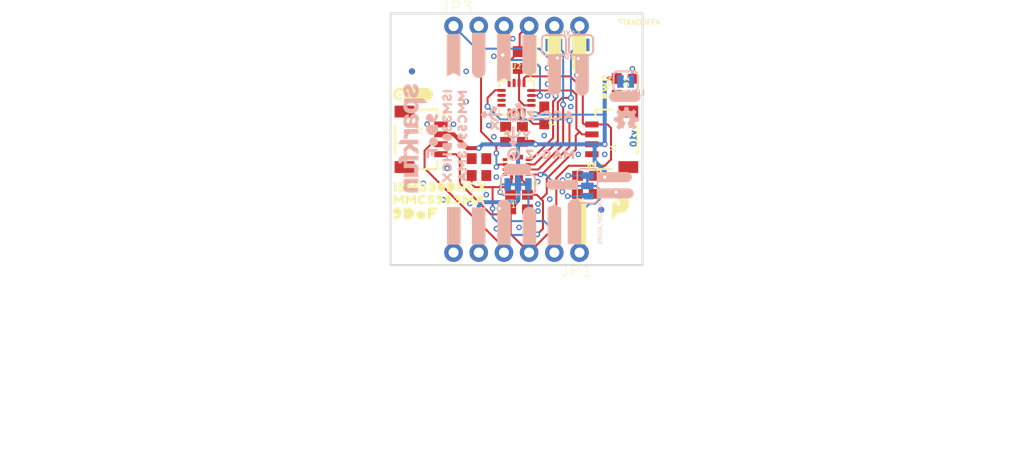
<source format=kicad_pcb>
(kicad_pcb (version 20211014) (generator pcbnew)
  (layers (0 "F.Cu" signal) (31 "B.Cu" signal) (34 "B.Paste" user) (35 "F.Paste" user) (36 "B.SilkS" user "B.Silkscreen") (37 "F.SilkS" user "F.Silkscreen") (38 "B.Mask" user) (39 "F.Mask" user) (44 "Edge.Cuts" user))
  (net 0 "")
  (net 1 "GND")
  (net 2 "SCL/SCK")
  (net 3 "POCI/SA0")
  (net 4 "ISM_INT1")
  (net 5 "3.3V")
  (net 6 "N$5")
  (net 7 "N$6")
  (net 8 "N$2")
  (net 9 "N$3")
  (net 10 "N$1")
  (net 11 "N$7")
  (net 12 "SDA/PICO")
  (net 13 "MAG_INT")
  (net 14 "~{ISM_CS}")
  (net 15 "CAP")
  (net 16 "~{MAG_CS}")
  (net 17 "SDX")
  (net 18 "SCX")
  (net 19 "ISM_INT2")
  (footprint "boardEagle:JST04_1MM_RA" (layer "F.Cu") (at 156.0957 105.0036 90)
    (fp_text reference "J1")
    (fp_text value "QWIIC_RIGHT_ANGLE")
  )
  (footprint "boardEagle:MMC5983MA24" (layer "F.Cu") (at 140.7541 111.0996)
    (fp_text reference "U$21" hide)
    (fp_text value "" hide)
  )
  (footprint "boardEagle:FIDUCIAL-MICRO" (layer "F.Cu") (at 137.9601 98.1456)
    (fp_text reference "FID1" hide)
    (fp_text value "FIDUCIALUFIDUCIAL" hide)
  )
  (footprint "boardEagle:9DOF24" (layer "F.Cu") (at 138.3411 112.4966)
    (fp_text reference "U$24" hide)
    (fp_text value "" hide)
  )
  (footprint "boardEagle:0603" (layer "F.Cu") (at 155.5115 108.6866)
    (fp_text reference "R5")
    (fp_text value "100k")
  )
  (footprint "boardEagle:0603" (layer "F.Cu") (at 148.2471 103.7336 180)
    (fp_text reference "C2")
    (fp_text value "10uF")
  )
  (footprint "boardEagle:STAND-OFF-TIGHT" (layer "F.Cu") (at 138.3411 115.1636)
    (fp_text reference "STANDOFF2" hide)
    (fp_text value "STAND-OFFTIGHT" hide)
  )
  (footprint "boardEagle:LGA-16-3X3MM-4X4PINS" (layer "F.Cu") (at 148.5011 100.8126)
    (fp_text reference "U2")
    (fp_text value "MMC5983MA_QFN16")
  )
  (footprint "boardEagle:#GND#0" (layer "F.Cu") (at 142.1765 113.7158 90)
    (fp_text reference "U$2" hide)
    (fp_text value "" hide)
  )
  (footprint "boardEagle:STAND-OFF-TIGHT" (layer "F.Cu") (at 158.6611 115.1636)
    (fp_text reference "STANDOFF3" hide)
    (fp_text value "STAND-OFFTIGHT" hide)
  )
  (footprint "boardEagle:LGA-14L" (layer "F.Cu") (at 148.5011 107.7976 180)
    (fp_text reference "U1")
    (fp_text value "ISM330DHCX")
  )
  (footprint "boardEagle:0603" (layer "F.Cu") (at 155.4861 110.5154 180)
    (fp_text reference "R6")
    (fp_text value "100k")
  )
  (footprint "boardEagle:STAND-OFF-TIGHT" (layer "F.Cu") (at 158.6611 94.8436)
    (fp_text reference "STANDOFF4")
    (fp_text value "STAND-OFFTIGHT")
  )
  (footprint "boardEagle:ISM330DHCX331" (layer "F.Cu") (at 140.8811 109.8296)
    (fp_text reference "U$3" hide)
    (fp_text value "" hide)
  )
  (footprint "boardEagle:0603" (layer "F.Cu") (at 143.9799 107.80395 90)
    (fp_text reference "R3")
    (fp_text value "100k")
  )
  (footprint "boardEagle:0603" (layer "F.Cu") (at 148.6281 97.0026 -90)
    (fp_text reference "R7")
    (fp_text value "100k")
  )
  (footprint "boardEagle:#3V3#1" (layer "F.Cu") (at 144.6911 113.7412 90)
    (fp_text reference "U$1" hide)
    (fp_text value "" hide)
  )
  (footprint "boardEagle:#MINT#5" (layer "F.Cu") (at 147.2311 96.6216 90)
    (fp_text reference "U$31" hide)
    (fp_text value "" hide)
  )
  (footprint "boardEagle:1X06_NO_SILK" (layer "F.Cu") (at 142.1511 93.5736)
    (fp_text reference "JP3")
    (fp_text value "IO")
  )
  (footprint "boardEagle:PWR8" (layer "F.Cu") (at 157.4419 99.6696 90)
    (fp_text reference "U$28" hide)
    (fp_text value "" hide)
  )
  (footprint "boardEagle:SCL13" (layer "F.Cu") (at 149.7711 114.0206 90)
    (fp_text reference "U$5" hide)
    (fp_text value "" hide)
  )
  (footprint "boardEagle:0603" (layer "F.Cu") (at 148.7551 112.07115)
    (fp_text reference "R1")
    (fp_text value "2.2k")
  )
  (footprint "boardEagle:#INT1#0" (layer "F.Cu") (at 142.1511 96.3676 90)
    (fp_text reference "U$8" hide)
    (fp_text value "" hide)
  )
  (footprint "boardEagle:#SCX#11" (layer "F.Cu") (at 154.8511 96.2406 90)
    (fp_text reference "U$36" hide)
    (fp_text value "" hide)
  )
  (footprint "boardEagle:0603" (layer "F.Cu") (at 148.2471 105.2576 180)
    (fp_text reference "C4")
    (fp_text value "0.1uF")
  )
  (footprint "boardEagle:0603" (layer "F.Cu") (at 145.4531 107.80395 -90)
    (fp_text reference "C3")
    (fp_text value "0.1uF")
  )
  (footprint "boardEagle:#POCI#12" (layer "F.Cu") (at 154.8511 113.4872 90)
    (fp_text reference "U$18" hide)
    (fp_text value "" hide)
  )
  (footprint "boardEagle:STAND-OFF-TIGHT" (layer "F.Cu") (at 138.3411 94.8436)
    (fp_text reference "STANDOFF1" hide)
    (fp_text value "STAND-OFFTIGHT" hide)
  )
  (footprint "boardEagle:0603" (layer "F.Cu") (at 151.2951 102.5906 -90)
    (fp_text reference "C1")
    (fp_text value "1.0uF")
  )
  (footprint "boardEagle:SDA14" (layer "F.Cu") (at 147.2311 113.8936 90)
    (fp_text reference "U$4" hide)
    (fp_text value "" hide)
  )
  (footprint "boardEagle:0603" (layer "F.Cu") (at 148.7551 110.59795 180)
    (fp_text reference "R2")
    (fp_text value "2.2k")
  )
  (footprint "boardEagle:#INT2#3" (layer "F.Cu") (at 144.6911 96.3676 90)
    (fp_text reference "U$9" hide)
    (fp_text value "" hide)
  )
  (footprint "boardEagle:#SDX#9" (layer "F.Cu") (at 152.3111 96.2406 90)
    (fp_text reference "U$35" hide)
    (fp_text value "" hide)
  )
  (footprint "boardEagle:##MCS##7" (layer "F.Cu") (at 149.8981 96.3676 90)
    (fp_text reference "U$34" hide)
    (fp_text value "" hide)
  )
  (footprint "boardEagle:##ACS##8" (layer "F.Cu") (at 152.3111 113.7666 90)
    (fp_text reference "U$39" hide)
    (fp_text value "" hide)
  )
  (footprint "boardEagle:SFE_LOGO_FLAME_.1" (layer "F.Cu") (at 158.9913 111.7346)
    (fp_text reference "U$29" hide)
    (fp_text value "" hide)
  )
  (footprint "boardEagle:JST04_1MM_RA" (layer "F.Cu") (at 140.8811 105.0036 -90)
    (fp_text reference "J2")
    (fp_text value "QWIIC_RIGHT_ANGLE")
  )
  (footprint "boardEagle:1X06_NO_SILK" (layer "F.Cu") (at 154.8511 116.4336 180)
    (fp_text reference "JP1")
    (fp_text value "IO")
  )
  (footprint "boardEagle:FIDUCIAL-MICRO" (layer "F.Cu") (at 157.0355 112.1156)
    (fp_text reference "FID2" hide)
    (fp_text value "FIDUCIALUFIDUCIAL" hide)
  )
  (footprint "boardEagle:QWIIC_4MM" (layer "F.Cu") (at 138.0871 100.4824)
    (fp_text reference "LOGO1" hide)
    (fp_text value "QWIIC_LOGO_4MM" hide)
  )
  (footprint "boardEagle:CREATIVE_COMMONS" (layer "F.Cu") (at 116.7511 138.0236)
    (fp_text reference "FRAME2" hide)
    (fp_text value "FRAME-LEDGER" hide)
  )
  (footprint "boardEagle:LED-0603" (layer "F.Cu") (at 160.2105 99.7712 90)
    (fp_text reference "D1")
    (fp_text value "RED")
  )
  (footprint "boardEagle:0603" (layer "F.Cu") (at 158.6103 99.7204 90)
    (fp_text reference "R4")
    (fp_text value "1k")
  )
  (footprint "boardEagle:ISM330DHCX331" (layer "B.Cu") (at 141.5161 104.7496 -90)
    (fp_text reference "U$7" hide)
    (fp_text value "" hide)
  )
  (footprint "boardEagle:OSHW-LOGO-MINI" (layer "B.Cu") (at 159.5755 102.99065 180)
    (fp_text reference "LOGO2" hide)
    (fp_text value "OSHW-LOGOMINI" hide)
  )
  (footprint "boardEagle:#3V3#1" (layer "B.Cu") (at 144.6911 113.7412 -90)
    (fp_text reference "U$15" hide)
    (fp_text value "" hide)
  )
  (footprint "boardEagle:MAG#Z5984" (layer "B.Cu") (at 151.8031 106.5276 180)
    (fp_text reference "U$14" hide)
    (fp_text value "" hide)
  )
  (footprint "boardEagle:SMT-JUMPER_3_1-NC_TRACE_SILK" (layer "B.Cu") (at 155.64485 109.7026 90)
    (fp_text reference "UNK6DOF_ADDR0")
    (fp_text value "JUMPER-SMT_3_1-NC_TRACE_SILK")
  )
  (footprint "boardEagle:FIDUCIAL-MICRO" (layer "B.Cu") (at 137.9601 98.1456 180)
    (fp_text reference "FD1" hide)
    (fp_text value "FIDUCIALUFIDUCIAL" hide)
  )
  (footprint "boardEagle:SMT-JUMPER_2_NC_TRACE_SILK" (layer "B.Cu") (at 155.0035 95.4786 180)
    (fp_text reference "SCX0")
    (fp_text value "JUMPER-SMT_2_NC_TRACE_SILK")
  )
  (footprint "boardEagle:#LED#11" (layer "B.Cu") (at 159.4231 100.711 180)
    (fp_text reference "U$16" hide)
    (fp_text value "" hide)
  )
  (footprint "boardEagle:Y2115" (layer "B.Cu") (at 149.3901 104.6226 180)
    (fp_text reference "U$38" hide)
    (fp_text value "" hide)
  )
  (footprint "boardEagle:#SDX#7" (layer "B.Cu") (at 152.3111 98.3996 -90)
    (fp_text reference "U$20" hide)
    (fp_text value "" hide)
  )
  (footprint "boardEagle:#POCI#11" (layer "B.Cu") (at 154.3431 113.4872 -90)
    (fp_text reference "U$6" hide)
    (fp_text value "" hide)
  )
  (footprint "boardEagle:SFE_LOGO_NAME_.1" (layer "B.Cu") (at 138.014075 104.917875 -90)
    (fp_text reference "LOGO3" hide)
    (fp_text value "SFE_LOGO_NAME.1_INCH" hide)
  )
  (footprint "boardEagle:SMT-JUMPER_3_2-NC_TRACE_SILK" (layer "B.Cu") (at 148.6535 109.55655 180)
    (fp_text reference "I2C_PU0")
    (fp_text value "S_MODE")
  )
  (footprint "boardEagle:#MINT#4" (layer "B.Cu") (at 147.2311 96.6216 -90)
    (fp_text reference "U$12" hide)
    (fp_text value "" hide)
  )
  (footprint "boardEagle:##MCS##5" (layer "B.Cu") (at 149.7711 96.3676 -90)
    (fp_text reference "U$19" hide)
    (fp_text value "" hide)
  )
  (footprint "boardEagle:#INT2#2" (layer "B.Cu") (at 144.6911 96.3676 -90)
    (fp_text reference "U$11" hide)
    (fp_text value "" hide)
  )
  (footprint "boardEagle:#SCL#5" (layer "B.Cu") (at 149.7965 113.8936 -90)
    (fp_text reference "U$22" hide)
    (fp_text value "" hide)
  )
  (footprint "boardEagle:MMC5983MA24" (layer "B.Cu") (at 143.0401 104.7496 -90)
    (fp_text reference "U$32" hide)
    (fp_text value "" hide)
  )
  (footprint "boardEagle:#0X6A#15" (layer "B.Cu") (at 158.3563 110.4646 180)
    (fp_text reference "U$33" hide)
    (fp_text value "" hide)
  )
  (footprint "boardEagle:ACC#Z5985" (layer "B.Cu") (at 151.8031 102.5906 180)
    (fp_text reference "U$13" hide)
    (fp_text value "" hide)
  )
  (footprint "boardEagle:#ACC#17" (layer "B.Cu") (at 153.2001 109.5756 180)
    (fp_text reference "U$41" hide)
    (fp_text value "" hide)
  )
  (footprint "boardEagle:FIDUCIAL-MICRO" (layer "B.Cu") (at 157.0355 112.1156 180)
    (fp_text reference "FD2" hide)
    (fp_text value "FIDUCIALUFIDUCIAL" hide)
  )
  (footprint "boardEagle:#0X6B#15" (layer "B.Cu") (at 158.2547 108.8136 180)
    (fp_text reference "U$40" hide)
    (fp_text value "" hide)
  )
  (footprint "boardEagle:#GND#0" (layer "B.Cu") (at 142.1765 113.7158 -90)
    (fp_text reference "U$17" hide)
    (fp_text value "" hide)
  )
  (footprint "boardEagle:#I2C#11" (layer "B.Cu") (at 148.5773 108.0008 180)
    (fp_text reference "U$25" hide)
    (fp_text value "" hide)
  )
  (footprint "boardEagle:SMT-JUMPER_2_NC_TRACE_SILK" (layer "B.Cu") (at 152.2603 95.504)
    (fp_text reference "SDX0")
    (fp_text value "JUMPER-SMT_2_NC_TRACE_SILK")
  )
  (footprint "boardEagle:#SCX#8" (layer "B.Cu") (at 155.1051 98.3996 -90)
    (fp_text reference "U$23" hide)
    (fp_text value "" hide)
  )
  (footprint "boardEagle:9DOF24" (layer "B.Cu") (at 139.9921 104.7496 -90)
    (fp_text reference "U$30" hide)
    (fp_text value "" hide)
  )
  (footprint "boardEagle:X2114" (layer "B.Cu") (at 146.2151 103.6066 180)
    (fp_text reference "U$37" hide)
    (fp_text value "" hide)
  )
  (footprint "boardEagle:#PICO#13" (layer "B.Cu") (at 147.2311 113.538 -90)
    (fp_text reference "U$26" hide)
    (fp_text value "" hide)
  )
  (footprint "boardEagle:##ACS##6" (layer "B.Cu") (at 152.3111 113.7666 -90)
    (fp_text reference "U$27" hide)
    (fp_text value "" hide)
  )
  (footprint "boardEagle:SMT-JUMPER_2_NC_TRACE_SILK" (layer "B.Cu") (at 159.4993 99.1616)
    (fp_text reference "LED0")
    (fp_text value "JUMPER-SMT_2_NC_TRACE_SILK")
  )
  (footprint "boardEagle:#INT1#2" (layer "B.Cu") (at 142.1511 96.3676 -90)
    (fp_text reference "U$10" hide)
    (fp_text value "" hide)
  )
  (gr_line (start 148.497925 101.519038) (end 148.624925 101.827013) (layer "B.SilkS") (width 0.254))
  (gr_line (start 145.037175 102.515988) (end 146.942175 102.515988) (layer "B.SilkS") (width 0.254))
  (gr_line (start 148.1709 105.573513) (end 148.1709 103.795513) (layer "B.SilkS") (width 0.254))
  (gr_line (start 148.4503 105.294113) (end 147.8915 105.294113) (layer "B.SilkS") (width 0.254))
  (gr_line (start 148.497925 101.519038) (end 148.8313 101.471413) (layer "B.SilkS") (width 0.254))
  (gr_arc (start 148.8059 104.176513) (mid 148.1709 104.811513) (end 147.5359 104.176513) (layer "B.SilkS") (width 0.254))
  (gr_line (start 146.180175 101.753988) (end 146.307175 102.134988) (layer "B.SilkS") (width 0.254))
  (gr_circle (center 148.209 106.52125) (end 148.7424 106.52125) (layer "B.SilkS") (width 0.254) (fill none))
  (gr_arc (start 146.434175 103.023988) (mid 145.862675 102.452488) (end 146.434175 101.880988) (layer "B.SilkS") (width 0.254))
  (gr_circle (center 148.209 106.52125) (end 148.336 106.52125) (layer "B.SilkS") (width 0.254) (fill none))
  (gr_line (start 148.1709 105.573513) (end 148.4249 105.319513) (layer "B.SilkS") (width 0.254))
  (gr_line (start 145.037175 102.515988) (end 145.291175 102.261988) (layer "B.SilkS") (width 0.254))
  (gr_line (start 148.5011 102.227063) (end 147.786725 102.941438) (layer "B.SilkS") (width 0.2032))
  (gr_arc (start 148.6281 101.598413) (mid 149.207354 102.31011) (end 149.034501 103.211314) (layer "B.SilkS") (width 0.254))
  (gr_circle (center 148.174075 102.563613) (end 148.707475 102.563613) (layer "B.SilkS") (width 0.254) (fill none))
  (gr_line (start 146.434175 101.880988) (end 146.307175 102.134988) (layer "B.SilkS") (width 0.254))
  (gr_line (start 145.291175 102.261988) (end 145.291175 102.769988) (layer "B.SilkS") (width 0.254))
  (gr_line (start 147.7645 104.303513) (end 147.4089 104.430513) (layer "B.SilkS") (width 0.254))
  (gr_line (start 145.037175 102.515988) (end 145.291175 102.769988) (layer "B.SilkS") (width 0.254))
  (gr_line (start 148.1709 105.573513) (end 147.9169 105.319513) (layer "B.SilkS") (width 0.254))
  (gr_line (start 146.434175 101.880988) (end 146.180175 101.753988) (layer "B.SilkS") (width 0.254))
  (gr_line (start 147.826412 102.227063) (end 148.540787 102.941438) (layer "B.SilkS") (width 0.2032))
  (gr_line (start 147.5359 104.176513) (end 147.7645 104.303513) (layer "B.SilkS") (width 0.254))
  (gr_line (start 148.624925 101.827013) (end 148.8313 101.471413) (layer "B.SilkS") (width 0.254))
  (gr_line (start 147.5359 104.176513) (end 147.4089 104.430513) (layer "B.SilkS") (width 0.254))
  (gr_line (start 161.2011 117.7036) (end 161.2011 92.3036) (layer "Edge.Cuts") (width 0.2032))
  (gr_line (start 135.8011 92.3036) (end 135.8011 117.7036) (layer "Edge.Cuts") (width 0.2032))
  (gr_line (start 135.8011 117.7036) (end 161.2011 117.7036) (layer "Edge.Cuts") (width 0.2032))
  (gr_line (start 161.2011 92.3036) (end 135.8011 92.3036) (layer "Edge.Cuts") (width 0.2032))
  (gr_text "v10" (at 160.683575 103.978075 -270) (layer "B.Cu") (effects (font (size 0.633984 0.633984) (thickness 0.178816)) (justify left bottom mirror)))
  (segment (start 149.741787 103.005) (end 150.177387 103.4406) (width 0.2032) (layer "F.Cu") (net 1))
  (segment (start 150.177387 103.4406) (end 151.2951 103.4406) (width 0.2032) (layer "F.Cu") (net 1))
  (segment (start 148.7495 102.3242) (end 148.7495 102.645388) (width 0.2032) (layer "F.Cu") (net 1))
  (segment (start 149.109112 103.005) (end 149.741787 103.005) (width 0.2032) (layer "F.Cu") (net 1))
  (segment (start 148.7495 102.645388) (end 149.109112 103.005) (width 0.2032) (layer "F.Cu") (net 1))
  (segment (start 148.7551 102.3186) (end 148.7495 102.3242) (width 0.2032) (layer "F.Cu") (net 1))
  (via (at 148.1201 94.8436) (size 0.5588) (drill 0.3048) (layers "F.Cu" "B.Cu") (net 1))
  (via (at 143.8021 111.4806) (size 0.5588) (drill 0.3048) (layers "F.Cu" "B.Cu") (net 1))
  (via (at 153.1493 109.1184) (size 0.5588) (drill 0.3048) (layers "F.Cu" "B.Cu") (net 1))
  (via (at 151.6253 99.441) (size 0.5588) (drill 0.3048) (layers "F.Cu" "B.Cu") (net 1))
  (via (at 145.7071 103.6066) (size 0.5588) (drill 0.3048) (layers "F.Cu" "B.Cu") (net 1))
  (via (at 148.7551 113.8936) (size 0.5588) (drill 0.3048) (layers "F.Cu" "B.Cu") (net 1))
  (via (at 151.6253 97.8154) (size 0.5588) (drill 0.3048) (layers "F.Cu" "B.Cu") (net 1))
  (via (at 153.1239 110.2868) (size 0.5588) (drill 0.3048) (layers "F.Cu" "B.Cu") (net 1))
  (via (at 141.1351 111.0996) (size 0.5588) (drill 0.3048) (layers "F.Cu" "B.Cu") (net 1))
  (via (at 139.4841 103.4796) (size 0.5588) (drill 0.3048) (layers "F.Cu" "B.Cu") (net 1))
  (via (at 146.2151 96.6216) (size 0.5588) (drill 0.3048) (layers "F.Cu" "B.Cu") (net 1))
  (via (at 146.4691 108.8136) (size 0.5588) (drill 0.3048) (layers "F.Cu" "B.Cu") (net 1))
  (via (at 146.2151 104.7496) (size 0.5588) (drill 0.3048) (layers "F.Cu" "B.Cu") (net 1))
  (via (at 158.5341 110.3376) (size 0.5588) (drill 0.3048) (layers "F.Cu" "B.Cu") (net 1))
  (via (at 153.9621 101.7016) (size 0.5588) (drill 0.3048) (layers "F.Cu" "B.Cu") (net 1))
  (via (at 146.4691 114.0206) (size 0.5588) (drill 0.3048) (layers "F.Cu" "B.Cu") (net 1))
  (via (at 154.5971 98.5266) (size 0.5588) (drill 0.3048) (layers "F.Cu" "B.Cu") (net 1))
  (via (at 145.4531 110.5916) (size 0.5588) (drill 0.3048) (layers "F.Cu" "B.Cu") (net 1))
  (via (at 154.7241 96.8502) (size 0.5588) (drill 0.3048) (layers "F.Cu" "B.Cu") (net 1))
  (via (at 150.6601 111.5314) (size 0.5588) (drill 0.3048) (layers "F.Cu" "B.Cu") (net 1))
  (via (at 151.6253 100.6094) (size 0.5588) (drill 0.3048) (layers "F.Cu" "B.Cu") (net 1))
  (via (at 157.3911 106.5276) (size 0.5588) (drill 0.3048) (layers "F.Cu" "B.Cu") (net 1))
  (via (at 152.6159 96.7994) (size 0.5588) (drill 0.3048) (layers "F.Cu" "B.Cu") (net 1))
  (via (at 151.8539 111.0488) (size 0.5588) (drill 0.3048) (layers "F.Cu" "B.Cu") (net 1))
  (via (at 154.7241 106.5276) (size 0.5588) (drill 0.3048) (layers "F.Cu" "B.Cu") (net 1))
  (via (at 139.1031 109.4486) (size 0.5588) (drill 0.3048) (layers "F.Cu" "B.Cu") (net 1))
  (via (at 146.7739 111.9886) (size 0.5588) (drill 0.3048) (layers "F.Cu" "B.Cu") (net 1))
  (via (at 143.4211 98.1456) (size 0.5588) (drill 0.3048) (layers "F.Cu" "B.Cu") (net 1))
  (via (at 151.2951 104.6226) (size 0.5588) (drill 0.3048) (layers "F.Cu" "B.Cu") (net 1))
  (via (at 141.5161 107.9246) (size 0.5588) (drill 0.3048) (layers "F.Cu" "B.Cu") (net 1))
  (via (at 150.6347 109.2708) (size 0.5588) (drill 0.3048) (layers "F.Cu" "B.Cu") (net 1))
  (via (at 143.4211 101.1936) (size 0.5588) (drill 0.3048) (layers "F.Cu" "B.Cu") (net 1))
  (via (at 142.1511 103.4796) (size 0.5588) (drill 0.3048) (layers "F.Cu" "B.Cu") (net 1))
  (segment (start 151.7396 95.8977) (end 151.7396 95.504) (width 0.2032) (layer "B.Cu") (net 1))
  (segment (start 152.6159 96.7994) (end 152.6159 96.774) (width 0.2032) (layer "B.Cu") (net 1))
  (segment (start 152.6159 96.774) (end 151.7396 95.8977) (width 0.2032) (layer "B.Cu") (net 1))
  (segment (start 148.7551 111.22115) (end 148.7551 109.788575) (width 0.2032) (layer "F.Cu") (net 2))
  (segment (start 142.7861 106.9086) (end 142.7861 109.4486) (width 0.2032) (layer "F.Cu") (net 2))
  (segment (start 149.4409 98.6536) (end 153.921075 98.6536) (width 0.2032) (layer "F.Cu") (net 2))
  (segment (start 148.5011 109.534575) (end 148.5011 108.7976) (width 0.2032) (layer "F.Cu") (net 2))
  (segment (start 147.9051 114.5676) (end 147.9051 112.07115) (width 0.2032) (layer "F.Cu") (net 2))
  (segment (start 152.5143 113.6904) (end 152.5143 108.9152) (width 0.2032) (layer "F.Cu") (net 2))
  (segment (start 148.7551 109.788575) (end 148.5011 109.534575) (width 0.2032) (layer "F.Cu") (net 2))
  (segment (start 155.1813 99.913825) (end 153.921075 98.6536) (width 0.2032) (layer "F.Cu") (net 2))
  (segment (start 152.5143 108.9152) (end 153.7589 107.6706) (width 0.2032) (layer "F.Cu") (net 2))
  (segment (start 149.2551 99.3146) (end 149.2551 98.8394) (width 0.2032) (layer "F.Cu") (net 2))
  (segment (start 145.91665 112.57915) (end 147.3971 112.57915) (width 0.2032) (layer "F.Cu") (net 2))
  (segment (start 149.7711 116.4336) (end 147.9051 114.5676) (width 0.2032) (layer "F.Cu") (net 2))
  (segment (start 149.2551 98.8394) (end 149.4409 98.6536) (width 0.2032) (layer "F.Cu") (net 2))
  (segment (start 142.7861 109.4486) (end 145.91665 112.57915) (width 0.2032) (layer "F.Cu") (net 2))
  (segment (start 147.9051 112.07115) (end 147.3971 112.57915) (width 0.2032) (layer "F.Cu") (net 2))
  (segment (start 142.3811 106.5036) (end 142.7861 106.9086) (width 0.2032) (layer "F.Cu") (net 2))
  (segment (start 152.5143 113.6904) (end 149.7711 116.4336) (width 0.2032) (layer "F.Cu") (net 2))
  (segment (start 156.0957 103.5036) (end 157.6691 103.5036) (width 0.2032) (layer "F.Cu") (net 2))
  (segment (start 155.1813 103.3512) (end 155.1813 99.913825) (width 0.2032) (layer "F.Cu") (net 2))
  (segment (start 157.3911 107.6706) (end 158.0261 107.0356) (width 0.2032) (layer "F.Cu") (net 2))
  (segment (start 158.0261 103.8606) (end 158.0261 107.0356) (width 0.2032) (layer "F.Cu") (net 2))
  (segment (start 155.3337 103.5036) (end 155.1813 103.3512) (width 0.2032) (layer "F.Cu") (net 2))
  (segment (start 157.6691 103.5036) (end 158.0261 103.8606) (width 0.2032) (layer "F.Cu") (net 2))
  (segment (start 156.0957 103.5036) (end 155.3337 103.5036) (width 0.2032) (layer "F.Cu") (net 2))
  (segment (start 153.7589 107.6706) (end 157.3911 107.6706) (width 0.2032) (layer "F.Cu") (net 2))
  (segment (start 147.9051 112.07115) (end 148.7551 111.22115) (width 0.2032) (layer "F.Cu") (net 2))
  (segment (start 140.8811 106.5036) (end 142.3811 106.5036) (width 0.2032) (layer "F.Cu") (net 2))
  (segment (start 149.6756 108.5596) (end 150.9141 108.5596) (width 0.2032) (layer "F.Cu") (net 3))
  (segment (start 153.8351 105.750163) (end 153.8351 103.0986) (width 0.2032) (layer "F.Cu") (net 3))
  (segment (start 153.8351 103.0986) (end 153.843996 103.107497) (width 0.2032) (layer "F.Cu") (net 3))
  (segment (start 153.8351 105.750163) (end 151.025662 108.5596) (width 0.2032) (layer "F.Cu") (net 3))
  (segment (start 146.3421 100.0506) (end 146.9771 100.0506) (width 0.2032) (layer "F.Cu") (net 3))
  (segment (start 145.5801 101.7016) (end 145.5801 100.8126) (width 0.2032) (layer "F.Cu") (net 3))
  (segment (start 149.6636 108.5476) (end 149.6756 108.5596) (width 0.2032) (layer "F.Cu") (net 3))
  (segment (start 150.9141 108.5596) (end 151.025662 108.5596) (width 0.2032) (layer "F.Cu") (net 3))
  (segment (start 146.9771 100.0506) (end 146.9931 100.0666) (width 0.2032) (layer "F.Cu") (net 3))
  (segment (start 145.5801 100.8126) (end 146.3421 100.0506) (width 0.2032) (layer "F.Cu") (net 3))
  (via (at 150.9141 108.5596) (size 0.5588) (drill 0.3048) (layers "F.Cu" "B.Cu") (net 3))
  (via (at 145.5801 101.7016) (size 0.604) (drill 0.35) (layers "F.Cu" "B.Cu") (net 3))
  (via (at 153.843996 103.107497) (size 0.604) (drill 0.35) (layers "F.Cu" "B.Cu") (net 3))
  (segment (start 156.5021 109.7026) (end 155.64485 109.7026) (width 0.2032) (layer "B.Cu") (net 3))
  (segment (start 152.5651 109.7026) (end 155.64485 109.7026) (width 0.2032) (layer "B.Cu") (net 3))
  (segment (start 156.8831 111.048238) (end 156.8831 110.0836) (width 0.2032) (layer "B.Cu") (net 3))
  (segment (start 145.5801 101.7016) (end 146.8727 102.9942) (width 0.2032) (layer "B.Cu") (net 3))
  (segment (start 156.8831 110.0836) (end 156.5021 109.7026) (width 0.2032) (layer "B.Cu") (net 3))
  (segment (start 154.8511 112.4966) (end 155.867096 111.480604) (width 0.2032) (layer "B.Cu") (net 3))
  (segment (start 153.843996 103.107497) (end 153.7307 102.9942) (width 0.2032) (layer "B.Cu") (net 3))
  (segment (start 154.8511 116.4336) (end 154.8511 112.4966) (width 0.2032) (layer "B.Cu") (net 3))
  (segment (start 155.867096 111.480604) (end 156.450734 111.480604) (width 0.2032) (layer "B.Cu") (net 3))
  (segment (start 150.9141 108.5596) (end 151.4221 108.5596) (width 0.2032) (layer "B.Cu") (net 3))
  (segment (start 153.7307 102.9942) (end 146.8727 102.9942) (width 0.2032) (layer "B.Cu") (net 3))
  (segment (start 156.450734 111.480604) (end 156.8831 111.048238) (width 0.2032) (layer "B.Cu") (net 3))
  (segment (start 152.5651 109.7026) (end 151.4221 108.5596) (width 0.2032) (layer "B.Cu") (net 3))
  (segment (start 152.1841 101.1936) (end 152.4381 100.9396) (width 0.2032) (layer "F.Cu") (net 4))
  (segment (start 149.6636 107.0476) (end 149.9938 107.0476) (width 0.2032) (layer "F.Cu") (net 4))
  (segment (start 152.4381 100.6094) (end 152.4381 100.9396) (width 0.2032) (layer "F.Cu") (net 4))
  (segment (start 149.9938 107.0476) (end 152.1841 104.8573) (width 0.2032) (layer "F.Cu") (net 4))
  (segment (start 152.1841 104.8573) (end 152.1841 101.1936) (width 0.2032) (layer "F.Cu") (net 4))
  (via (at 152.4381 100.6094) (size 0.604) (drill 0.35) (layers "F.Cu" "B.Cu") (net 4))
  (segment (start 152.4381 97.5106) (end 150.7871 95.8596) (width 0.2032) (layer "B.Cu") (net 4))
  (segment (start 152.4381 100.6094) (end 152.4381 97.5106) (width 0.2032) (layer "B.Cu") (net 4))
  (segment (start 150.7871 95.8596) (end 144.4371 95.8596) (width 0.2032) (layer "B.Cu") (net 4))
  (segment (start 144.4371 95.8596) (end 142.1511 93.5736) (width 0.2032) (layer "B.Cu") (net 4))
  (segment (start 149.0971 105.2576) (end 150.1521 105.2576) (width 0.4064) (layer "F.Cu") (net 5))
  (segment (start 143.5481 105.8926) (end 144.6911 105.8926) (width 0.4064) (layer "F.Cu") (net 5))
  (segment (start 157.4283 98.8704) (end 158.6103 98.8704) (width 0.4064) (layer "F.Cu") (net 5))
  (segment (start 150.4061 102.4636) (end 150.6601 102.4636) (width 0.2032) (layer "F.Cu") (net 5))
  (segment (start 157.3911 108.8136) (end 156.4885 108.8136) (width 0.4064) (layer "F.Cu") (net 5))
  (segment (start 150.1521 105.2576) (end 150.4061 105.5116) (width 0.4064) (layer "F.Cu") (net 5))
  (segment (start 143.5481 105.8926) (end 142.1591 104.5036) (width 0.4064) (layer "F.Cu") (net 5))
  (segment (start 140.8811 104.5036) (end 142.1591 104.5036) (width 0.4064) (layer "F.Cu") (net 5))
  (segment (start 149.2651 101.5766) (end 148.7551 101.0666) (width 0.2032) (layer "F.Cu") (net 5))
  (segment (start 150.6601 102.4636) (end 151.2951 101.8286) (width 0.2032) (layer "F.Cu") (net 5))
  (segment (start 148.7551 98.1716) (end 148.6281 98.0446) (width 0.2032) (layer "F.Cu") (net 5))
  (segment (start 157.3911 98.9076) (end 157.4283 98.8704) (width 0.4064) (layer "F.Cu") (net 5))
  (segment (start 156.0957 105.5036) (end 157.3831 105.5036) (width 0.4064) (layer "F.Cu") (net 5))
  (segment (start 156.3615 108.6866) (end 156.4885 108.8136) (width 0.4064) (layer "F.Cu") (net 5))
  (segment (start 148.6281 97.8526) (end 148.6281 98.0446) (width 0.2032) (layer "F.Cu") (net 5))
  (segment (start 148.7551 101.0666) (end 148.7551 99.3146) (width 0.2032) (layer "F.Cu") (net 5))
  (segment (start 157.3831 105.5036) (end 157.3911 105.5116) (width 0.4064) (layer "F.Cu") (net 5))
  (segment (start 148.7551 99.3146) (end 148.7551 98.1716) (width 0.2032) (layer "F.Cu") (net 5))
  (segment (start 151.2951 101.8286) (end 151.2951 101.7406) (width 0.2032) (layer "F.Cu") (net 5))
  (segment (start 149.9971 101.5766) (end 149.2651 101.5766) (width 0.2032) (layer "F.Cu") (net 5))
  (via (at 150.4061 102.4636) (size 0.5588) (drill 0.3048) (layers "F.Cu" "B.Cu") (net 5))
  (via (at 157.3911 108.8136) (size 0.5588) (drill 0.3048) (layers "F.Cu" "B.Cu") (net 5))
  (via (at 150.4061 105.5116) (size 0.5588) (drill 0.3048) (layers "F.Cu" "B.Cu") (net 5))
  (via (at 157.3911 105.5116) (size 0.5588) (drill 0.3048) (layers "F.Cu" "B.Cu") (net 5))
  (via (at 157.3911 98.9076) (size 0.5588) (drill 0.3048) (layers "F.Cu" "B.Cu") (net 5))
  (via (at 144.6911 105.8926) (size 0.5588) (drill 0.3048) (layers "F.Cu" "B.Cu") (net 5))
  (segment (start 148.6535 105.537) (end 148.6281 105.5116) (width 0.4064) (layer "B.Cu") (net 5))
  (segment (start 157.3911 108.213275) (end 156.3751 107.197275) (width 0.4064) (layer "B.Cu") (net 5))
  (segment (start 148.6535 109.55655) (end 148.6535 105.537) (width 0.4064) (layer "B.Cu") (net 5))
  (segment (start 156.3751 107.197275) (end 156.3751 105.6386) (width 0.4064) (layer "B.Cu") (net 5))
  (segment (start 148.3741 111.3536) (end 148.6916 111.0361) (width 0.4064) (layer "B.Cu") (net 5))
  (segment (start 150.4569 102.5144) (end 150.4061 102.4636) (width 0.2032) (layer "B.Cu") (net 5))
  (segment (start 144.6911 116.4336) (end 144.6911 111.7346) (width 0.4064) (layer "B.Cu") (net 5))
  (segment (start 145.0721 105.5116) (end 144.6911 105.8926) (width 0.4064) (layer "B.Cu") (net 5))
  (segment (start 157.3911 105.5116) (end 156.5021 105.5116) (width 0.4064) (layer "B.Cu") (net 5))
  (segment (start 157.3911 105.5116) (end 157.3911 102.5144) (width 0.4064) (layer "B.Cu") (net 5))
  (segment (start 150.4569 102.5144) (end 157.3911 102.5144) (width 0.2032) (layer "B.Cu") (net 5))
  (segment (start 157.3911 102.5144) (end 157.3911 98.9076) (width 0.4064) (layer "B.Cu") (net 5))
  (segment (start 150.4061 105.5116) (end 148.6281 105.5116) (width 0.4064) (layer "B.Cu") (net 5))
  (segment (start 156.3751 105.6386) (end 156.5021 105.5116) (width 0.4064) (layer "B.Cu") (net 5))
  (segment (start 148.6281 105.5116) (end 145.0721 105.5116) (width 0.4064) (layer "B.Cu") (net 5))
  (segment (start 144.6911 111.7346) (end 145.0721 111.3536) (width 0.4064) (layer "B.Cu") (net 5))
  (segment (start 157.3911 108.8136) (end 157.3911 108.213275) (width 0.4064) (layer "B.Cu") (net 5))
  (segment (start 148.6535 109.55655) (end 148.6916 109.59465) (width 0.4064) (layer "B.Cu") (net 5))
  (segment (start 145.0721 111.3536) (end 148.3741 111.3536) (width 0.4064) (layer "B.Cu") (net 5))
  (segment (start 148.6916 111.0361) (end 148.6916 109.59465) (width 0.4064) (layer "B.Cu") (net 5))
  (segment (start 156.5021 105.5116) (end 150.4061 105.5116) (width 0.4064) (layer "B.Cu") (net 5))
  (segment (start 150.6601 112.2426) (end 149.77655 112.2426) (width 0.2032) (layer "F.Cu") (net 6))
  (segment (start 149.6051 112.07115) (end 149.77655 112.2426) (width 0.2032) (layer "F.Cu") (net 6))
  (via (at 150.6601 112.2426) (size 0.5588) (drill 0.3048) (layers "F.Cu" "B.Cu") (net 6))
  (segment (start 149.8981 112.2426) (end 149.6949 112.0394) (width 0.2032) (layer "B.Cu") (net 6))
  (segment (start 149.6949 112.0394) (end 149.6949 109.55655) (width 0.2032) (layer "B.Cu") (net 6))
  (segment (start 150.6601 112.2426) (end 149.8981 112.2426) (width 0.2032) (layer "B.Cu") (net 6))
  (segment (start 147.9051 110.59795) (end 147.11045 110.59795) (width 0.2032) (layer "F.Cu") (net 7))
  (segment (start 147.11045 110.59795) (end 146.8501 110.3376) (width 0.2032) (layer "F.Cu") (net 7))
  (via (at 146.8501 110.3376) (size 0.5588) (drill 0.3048) (layers "F.Cu" "B.Cu") (net 7))
  (segment (start 146.99615 109.55655) (end 147.6121 109.55655) (width 0.2032) (layer "B.Cu") (net 7))
  (segment (start 146.8501 109.7026) (end 146.99615 109.55655) (width 0.2032) (layer "B.Cu") (net 7))
  (segment (start 146.8501 110.3376) (end 146.8501 109.7026) (width 0.2032) (layer "B.Cu") (net 7))
  (segment (start 160.2105 100.6482) (end 158.6881 100.6482) (width 0.2032) (layer "F.Cu") (net 8))
  (segment (start 158.6881 100.6482) (end 158.6103 100.5704) (width 0.2032) (layer "F.Cu") (net 8))
  (segment (start 160.2105 98.8942) (end 160.2105 97.917) (width 0.2032) (layer "F.Cu") (net 9))
  (segment (start 160.2105 97.917) (end 160.1851 97.8916) (width 0.2032) (layer "F.Cu") (net 9))
  (via (at 160.1851 97.8916) (size 0.5588) (drill 0.3048) (layers "F.Cu" "B.Cu") (net 9))
  (segment (start 160.1851 98.9965) (end 160.02 99.1616) (width 0.2032) (layer "B.Cu") (net 9))
  (segment (start 160.1851 97.8916) (end 160.1851 98.9965) (width 0.2032) (layer "B.Cu") (net 9))
  (segment (start 153.715325 108.6866) (end 153.699012 108.670288) (width 0.2032) (layer "F.Cu") (net 10))
  (segment (start 154.6615 108.6866) (end 153.715325 108.6866) (width 0.2032) (layer "F.Cu") (net 10))
  (via (at 153.699012 108.670288) (size 0.5588) (drill 0.3048) (layers "F.Cu" "B.Cu") (net 10))
  (segment (start 153.699012 108.670288) (end 153.7081 108.6612) (width 0.2032) (layer "B.Cu") (net 10))
  (segment (start 153.7081 108.6612) (end 155.64485 108.6612) (width 0.2032) (layer "B.Cu") (net 10))
  (segment (start 154.4075 110.744) (end 153.6573 110.744) (width 0.2032) (layer "F.Cu") (net 11))
  (segment (start 154.6361 110.5154) (end 154.4075 110.744) (width 0.2032) (layer "F.Cu") (net 11))
  (via (at 153.6573 110.744) (size 0.5588) (drill 0.3048) (layers "F.Cu" "B.Cu") (net 11))
  (segment (start 155.64485 110.744) (end 153.6573 110.744) (width 0.2032) (layer "B.Cu") (net 11))
  (segment (start 139.2301 106.1466) (end 139.8651 105.5116) (width 0.2032) (layer "F.Cu") (net 12))
  (segment (start 150.53945 110.59795) (end 149.6051 110.59795) (width 0.2032) (layer "F.Cu") (net 12))
  (segment (start 154.4701 106.045) (end 151.5491 108.966) (width 0.2032) (layer "F.Cu") (net 12))
  (segment (start 139.8651 105.5116) (end 140.8731 105.5116) (width 0.2032) (layer "F.Cu") (net 12))
  (segment (start 151.5491 108.966) (end 151.5491 110.4646) (width 0.2032) (layer "F.Cu") (net 12))
  (segment (start 154.8471 104.2456) (end 154.4701 104.6226) (width 0.2032) (layer "F.Cu") (net 12))
  (segment (start 154.8471 104.2456) (end 154.5336 103.9321) (width 0.2032) (layer "F.Cu") (net 12))
  (segment (start 140.8811 105.5036) (end 140.8731 105.5116) (width 0.2032) (layer "F.Cu") (net 12))
  (segment (start 139.2301 106.1466) (end 139.2301 107.9246) (width 0.2032) (layer "F.Cu") (net 12))
  (segment (start 151.5491 110.4646) (end 150.9776 111.0361) (width 0.2032) (layer "F.Cu") (net 12))
  (segment (start 154.1151 100.0766) (end 149.9971 100.0766) (width 0.2032) (layer "F.Cu") (net 12))
  (segment (start 156.0957 104.5036) (end 155.1051 104.5036) (width 0.2032) (layer "F.Cu") (net 12))
  (segment (start 151.1681 114.0206) (end 151.1681 111.2266) (width 0.2032) (layer "F.Cu") (net 12))
  (segment (start 149.4536 109.5121) (end 149.0011 109.0596) (width 0.2032) (layer "F.Cu") (net 12))
  (segment (start 154.4701 104.6226) (end 154.4701 106.045) (width 0.2032) (layer "F.Cu") (net 12))
  (segment (start 149.6051 110.59795) (end 149.4536 110.44645) (width 0.2032) (layer "F.Cu") (net 12))
  (segment (start 139.2301 107.9246) (end 147.2311 115.9256) (width 0.2032) (layer "F.Cu") (net 12))
  (segment (start 154.5336 100.4951) (end 154.1151 100.0766) (width 0.2032) (layer "F.Cu") (net 12))
  (segment (start 150.9776 111.0361) (end 151.1681 111.2266) (width 0.2032) (layer "F.Cu") (net 12))
  (segment (start 154.5336 100.4951) (end 154.5336 103.9321) (width 0.2032) (layer "F.Cu") (net 12))
  (segment (start 149.4536 110.44645) (end 149.4536 109.5121) (width 0.2032) (layer "F.Cu") (net 12))
  (segment (start 150.53945 110.59795) (end 150.9776 111.0361) (width 0.2032) (layer "F.Cu") (net 12))
  (segment (start 149.0011 109.0596) (end 149.0011 108.7976) (width 0.2032) (layer "F.Cu") (net 12))
  (segment (start 150.5966 114.5921) (end 151.1681 114.0206) (width 0.2032) (layer "F.Cu") (net 12))
  (segment (start 155.1051 104.5036) (end 154.8471 104.2456) (width 0.2032) (layer "F.Cu") (net 12))
  (segment (start 147.2311 115.9256) (end 147.2311 116.4336) (width 0.2032) (layer "F.Cu") (net 12))
  (via (at 150.5966 114.5921) (size 0.5588) (drill 0.3048) (layers "F.Cu" "B.Cu") (net 12))
  (segment (start 150.5966 114.5921) (end 150.5331 114.6556) (width 0.2032) (layer "B.Cu") (net 12))
  (segment (start 150.5331 114.6556) (end 147.4851 114.6556) (width 0.2032) (layer "B.Cu") (net 12))
  (segment (start 147.2311 116.4336) (end 147.2311 114.9096) (width 0.2032) (layer "B.Cu") (net 12))
  (segment (start 147.2311 114.9096) (end 147.4851 114.6556) (width 0.2032) (layer "B.Cu") (net 12))
  (segment (start 149.9971 100.5766) (end 150.8327 100.5766) (width 0.2032) (layer "F.Cu") (net 13))
  (segment (start 150.8327 100.5766) (end 150.8633 100.6072) (width 0.2032) (layer "F.Cu") (net 13))
  (segment (start 147.1041 93.7006) (end 147.2311 93.5736) (width 0.2032) (layer "F.Cu") (net 13))
  (segment (start 147.1041 93.7006) (end 147.1041 96.4946) (width 0.2032) (layer "F.Cu") (net 13))
  (via (at 150.8633 100.6072) (size 0.604) (drill 0.35) (layers "F.Cu" "B.Cu") (net 13))
  (via (at 147.1041 96.4946) (size 0.604) (drill 0.35) (layers "F.Cu" "B.Cu") (net 13))
  (segment (start 150.1521 97.0026) (end 147.6121 97.0026) (width 0.2032) (layer "B.Cu") (net 13))
  (segment (start 150.8633 100.6072) (end 150.8633 97.7138) (width 0.2032) (layer "B.Cu") (net 13))
  (segment (start 150.8633 97.7138) (end 150.1521 97.0026) (width 0.2032) (layer "B.Cu") (net 13))
  (segment (start 147.6121 97.0026) (end 147.1041 96.4946) (width 0.2032) (layer "B.Cu") (net 13))
  (segment (start 148.0011 109.3056) (end 147.4771 109.8296) (width 0.2032) (layer "F.Cu") (net 14))
  (segment (start 146.0881 111.9886) (end 146.0881 109.8296) (width 0.2032) (layer "F.Cu") (net 14))
  (segment (start 147.4771 109.8296) (end 146.0881 109.8296) (width 0.2032) (layer "F.Cu") (net 14))
  (segment (start 143.9799 109.4994) (end 143.9799 108.65395) (width 0.2032) (layer "F.Cu") (net 14))
  (segment (start 146.0881 109.8296) (end 144.3101 109.8296) (width 0.2032) (layer "F.Cu") (net 14))
  (segment (start 148.0011 108.7976) (end 148.0011 109.3056) (width 0.2032) (layer "F.Cu") (net 14))
  (segment (start 144.3101 109.8296) (end 143.9799 109.4994) (width 0.2032) (layer "F.Cu") (net 14))
  (via (at 146.0881 111.9886) (size 0.5588) (drill 0.3048) (layers "F.Cu" "B.Cu") (net 14))
  (segment (start 152.3111 114.2746) (end 151.2951 113.2586) (width 0.2032) (layer "B.Cu") (net 14))
  (segment (start 146.0881 112.8776) (end 146.0881 111.9886) (width 0.2032) (layer "B.Cu") (net 14))
  (segment (start 152.3111 116.4336) (end 152.3111 114.2746) (width 0.2032) (layer "B.Cu") (net 14))
  (segment (start 146.4691 113.2586) (end 146.0881 112.8776) (width 0.2032) (layer "B.Cu") (net 14))
  (segment (start 151.2951 113.2586) (end 146.4691 113.2586) (width 0.2032) (layer "B.Cu") (net 14))
  (segment (start 148.6281 96.1526) (end 148.8186 95.9621) (width 0.2032) (layer "F.Cu") (net 16))
  (segment (start 148.8186 94.3991) (end 149.6441 93.5736) (width 0.2032) (layer "F.Cu") (net 16))
  (segment (start 149.6441 93.5736) (end 149.7711 93.5736) (width 0.2032) (layer "F.Cu") (net 16))
  (segment (start 147.7551 99.3146) (end 147.7551 97.1526) (width 0.2032) (layer "F.Cu") (net 16))
  (segment (start 148.6281 96.2796) (end 147.7551 97.1526) (width 0.2032) (layer "F.Cu") (net 16))
  (segment (start 148.6281 96.2796) (end 148.6281 96.1526) (width 0.2032) (layer "F.Cu") (net 16))
  (segment (start 148.8186 94.3991) (end 148.8186 95.9621) (width 0.2032) (layer "F.Cu") (net 16))
  (segment (start 149.6636 108.0476) (end 150.689687 108.0476) (width 0.2032) (layer "F.Cu") (net 17))
  (segment (start 153.2001 105.537188) (end 150.689687 108.0476) (width 0.2032) (layer "F.Cu") (net 17))
  (segment (start 153.2001 105.537188) (end 153.2001 101.4984) (width 0.2032) (layer "F.Cu") (net 17))
  (via (at 153.2001 101.4984) (size 0.604) (drill 0.35) (layers "F.Cu" "B.Cu") (net 17))
  (segment (start 153.2001 96.1771) (end 152.781 95.758) (width 0.2032) (layer "B.Cu") (net 17))
  (segment (start 152.781 95.504) (end 152.781 94.0435) (width 0.2032) (layer "B.Cu") (net 17))
  (segment (start 153.2001 101.4984) (end 153.2001 96.1771) (width 0.2032) (layer "B.Cu") (net 17))
  (segment (start 152.781 95.758) (end 152.781 95.504) (width 0.2032) (layer "B.Cu") (net 17))
  (segment (start 152.781 94.0435) (end 152.3111 93.5736) (width 0.2032) (layer "B.Cu") (net 17))
  (segment (start 152.6667 105.189588) (end 152.6667 101.255388) (width 0.2032) (layer "F.Cu") (net 18))
  (segment (start 152.6667 105.189588) (end 150.308687 107.5476) (width 0.2032) (layer "F.Cu") (net 18))
  (segment (start 153.0985 100.823588) (end 153.9847 100.823588) (width 0.2032) (layer "F.Cu") (net 18))
  (segment (start 149.6636 107.5476) (end 150.308687 107.5476) (width 0.2032) (layer "F.Cu") (net 18))
  (segment (start 152.6667 101.255388) (end 153.0985 100.823588) (width 0.2032) (layer "F.Cu") (net 18))
  (via (at 153.9847 100.823588) (size 0.604) (drill 0.35) (layers "F.Cu" "B.Cu") (net 18))
  (segment (start 154.4828 95.7326) (end 153.9847 96.2307) (width 0.2032) (layer "B.Cu") (net 18))
  (segment (start 154.4828 95.7326) (end 154.4828 95.4786) (width 0.2032) (layer "B.Cu") (net 18))
  (segment (start 154.4828 93.9419) (end 154.8511 93.5736) (width 0.2032) (layer "B.Cu") (net 18))
  (segment (start 154.4828 95.4786) (end 154.4828 93.9419) (width 0.2032) (layer "B.Cu") (net 18))
  (segment (start 153.9847 100.823588) (end 153.9847 96.2307) (width 0.2032) (layer "B.Cu") (net 18))
  (segment (start 146.4691 105.7656) (end 144.9225 104.219) (width 0.2032) (layer "F.Cu") (net 19))
  (segment (start 147.3386 107.5476) (end 146.7191 107.5476) (width 0.2032) (layer "F.Cu") (net 19))
  (segment (start 144.9225 104.219) (end 144.9225 93.805) (width 0.2032) (layer "F.Cu") (net 19))
  (segment (start 146.7191 107.5476) (end 146.4691 107.7976) (width 0.2032) (layer "F.Cu") (net 19))
  (segment (start 144.9225 93.805) (end 144.6911 93.5736) (width 0.2032) (layer "F.Cu") (net 19))
  (segment (start 146.4691 106.4006) (end 146.4691 105.7656) (width 0.2032) (layer "F.Cu") (net 19))
  (via (at 146.4691 106.4006) (size 0.5588) (drill 0.3048) (layers "F.Cu" "B.Cu") (net 19))
  (via (at 146.4691 107.7976) (size 0.5588) (drill 0.3048) (layers "F.Cu" "B.Cu") (net 19))
  (segment (start 146.4691 107.7976) (end 146.4691 106.4006) (width 0.2032) (layer "B.Cu") (net 19))
)
</source>
